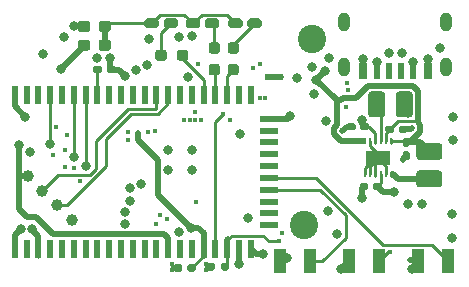
<source format=gbl>
G04 #@! TF.GenerationSoftware,KiCad,Pcbnew,(5.1.9)-1*
G04 #@! TF.CreationDate,2021-04-01T08:38:23-07:00*
G04 #@! TF.ProjectId,rgba,72676261-2e6b-4696-9361-645f70636258,1.1*
G04 #@! TF.SameCoordinates,Original*
G04 #@! TF.FileFunction,Copper,L4,Bot*
G04 #@! TF.FilePolarity,Positive*
%FSLAX46Y46*%
G04 Gerber Fmt 4.6, Leading zero omitted, Abs format (unit mm)*
G04 Created by KiCad (PCBNEW (5.1.9)-1) date 2021-04-01 08:38:23*
%MOMM*%
%LPD*%
G01*
G04 APERTURE LIST*
G04 #@! TA.AperFunction,SMDPad,CuDef*
%ADD10R,0.600000X1.600000*%
G04 #@! TD*
G04 #@! TA.AperFunction,SMDPad,CuDef*
%ADD11R,1.600000X0.600000*%
G04 #@! TD*
G04 #@! TA.AperFunction,SMDPad,CuDef*
%ADD12R,2.000000X1.200000*%
G04 #@! TD*
G04 #@! TA.AperFunction,ComponentPad*
%ADD13C,0.400000*%
G04 #@! TD*
G04 #@! TA.AperFunction,ComponentPad*
%ADD14C,2.400000*%
G04 #@! TD*
G04 #@! TA.AperFunction,SMDPad,CuDef*
%ADD15R,1.140000X2.032000*%
G04 #@! TD*
G04 #@! TA.AperFunction,ComponentPad*
%ADD16C,0.500000*%
G04 #@! TD*
G04 #@! TA.AperFunction,SMDPad,CuDef*
%ADD17R,1.600000X0.500000*%
G04 #@! TD*
G04 #@! TA.AperFunction,ComponentPad*
%ADD18O,1.000000X1.600000*%
G04 #@! TD*
G04 #@! TA.AperFunction,SMDPad,CuDef*
%ADD19R,0.700000X1.450000*%
G04 #@! TD*
G04 #@! TA.AperFunction,SMDPad,CuDef*
%ADD20R,0.600000X1.450000*%
G04 #@! TD*
G04 #@! TA.AperFunction,ComponentPad*
%ADD21C,1.000000*%
G04 #@! TD*
G04 #@! TA.AperFunction,ViaPad*
%ADD22C,0.800000*%
G04 #@! TD*
G04 #@! TA.AperFunction,ViaPad*
%ADD23C,0.400000*%
G04 #@! TD*
G04 #@! TA.AperFunction,Conductor*
%ADD24C,0.250000*%
G04 #@! TD*
G04 #@! TA.AperFunction,Conductor*
%ADD25C,0.500000*%
G04 #@! TD*
G04 APERTURE END LIST*
G04 #@! TA.AperFunction,SMDPad,CuDef*
G36*
G01*
X97062500Y-97525000D02*
X97537500Y-97525000D01*
G75*
G02*
X97775000Y-97762500I0J-237500D01*
G01*
X97775000Y-98262500D01*
G75*
G02*
X97537500Y-98500000I-237500J0D01*
G01*
X97062500Y-98500000D01*
G75*
G02*
X96825000Y-98262500I0J237500D01*
G01*
X96825000Y-97762500D01*
G75*
G02*
X97062500Y-97525000I237500J0D01*
G01*
G37*
G04 #@! TD.AperFunction*
G04 #@! TA.AperFunction,SMDPad,CuDef*
G36*
G01*
X97062500Y-95700000D02*
X97537500Y-95700000D01*
G75*
G02*
X97775000Y-95937500I0J-237500D01*
G01*
X97775000Y-96437500D01*
G75*
G02*
X97537500Y-96675000I-237500J0D01*
G01*
X97062500Y-96675000D01*
G75*
G02*
X96825000Y-96437500I0J237500D01*
G01*
X96825000Y-95937500D01*
G75*
G02*
X97062500Y-95700000I237500J0D01*
G01*
G37*
G04 #@! TD.AperFunction*
G04 #@! TA.AperFunction,SMDPad,CuDef*
G36*
G01*
X98662500Y-97525000D02*
X99137500Y-97525000D01*
G75*
G02*
X99375000Y-97762500I0J-237500D01*
G01*
X99375000Y-98262500D01*
G75*
G02*
X99137500Y-98500000I-237500J0D01*
G01*
X98662500Y-98500000D01*
G75*
G02*
X98425000Y-98262500I0J237500D01*
G01*
X98425000Y-97762500D01*
G75*
G02*
X98662500Y-97525000I237500J0D01*
G01*
G37*
G04 #@! TD.AperFunction*
G04 #@! TA.AperFunction,SMDPad,CuDef*
G36*
G01*
X98662500Y-95700000D02*
X99137500Y-95700000D01*
G75*
G02*
X99375000Y-95937500I0J-237500D01*
G01*
X99375000Y-96437500D01*
G75*
G02*
X99137500Y-96675000I-237500J0D01*
G01*
X98662500Y-96675000D01*
G75*
G02*
X98425000Y-96437500I0J237500D01*
G01*
X98425000Y-95937500D01*
G75*
G02*
X98662500Y-95700000I237500J0D01*
G01*
G37*
G04 #@! TD.AperFunction*
G04 #@! TA.AperFunction,SMDPad,CuDef*
G36*
G01*
X94125000Y-97037500D02*
X94125000Y-96562500D01*
G75*
G02*
X94362500Y-96325000I237500J0D01*
G01*
X94862500Y-96325000D01*
G75*
G02*
X95100000Y-96562500I0J-237500D01*
G01*
X95100000Y-97037500D01*
G75*
G02*
X94862500Y-97275000I-237500J0D01*
G01*
X94362500Y-97275000D01*
G75*
G02*
X94125000Y-97037500I0J237500D01*
G01*
G37*
G04 #@! TD.AperFunction*
G04 #@! TA.AperFunction,SMDPad,CuDef*
G36*
G01*
X92300000Y-97037500D02*
X92300000Y-96562500D01*
G75*
G02*
X92537500Y-96325000I237500J0D01*
G01*
X93037500Y-96325000D01*
G75*
G02*
X93275000Y-96562500I0J-237500D01*
G01*
X93275000Y-97037500D01*
G75*
G02*
X93037500Y-97275000I-237500J0D01*
G01*
X92537500Y-97275000D01*
G75*
G02*
X92300000Y-97037500I0J237500D01*
G01*
G37*
G04 #@! TD.AperFunction*
D10*
X80400000Y-100180000D03*
X81400000Y-100180000D03*
X82400000Y-100180000D03*
X83400000Y-100180000D03*
X84400000Y-100180000D03*
X85400000Y-100180000D03*
X86400000Y-100180000D03*
X87400000Y-100180000D03*
X88400000Y-100180000D03*
X89400000Y-100180000D03*
X90400000Y-100180000D03*
X91400000Y-100180000D03*
X92400000Y-100180000D03*
X93400000Y-100180000D03*
X94400000Y-100180000D03*
X95400000Y-100180000D03*
X96400000Y-100180000D03*
X97400000Y-100180000D03*
X98400000Y-100180000D03*
X99400000Y-100180000D03*
X100400000Y-100180000D03*
X100400000Y-113180000D03*
X99400000Y-113180000D03*
X98400000Y-113180000D03*
X97400000Y-113180000D03*
X96400000Y-113180000D03*
X95400000Y-113180000D03*
X94400000Y-113180000D03*
X93400000Y-113180000D03*
X92400000Y-113180000D03*
X91400000Y-113180000D03*
X90400000Y-113180000D03*
X89400000Y-113180000D03*
X88400000Y-113180000D03*
X87400000Y-113180000D03*
X86400000Y-113180000D03*
X85400000Y-113180000D03*
X84400000Y-113180000D03*
X83400000Y-113180000D03*
X82400000Y-113180000D03*
X81400000Y-113180000D03*
X80400000Y-113180000D03*
D11*
X101900000Y-102180000D03*
X101900000Y-103180000D03*
X101900000Y-104180000D03*
X101900000Y-105180000D03*
X101900000Y-106180000D03*
X101900000Y-107180000D03*
X101900000Y-108180000D03*
X101900000Y-109180000D03*
X101900000Y-110180000D03*
X101900000Y-111180000D03*
G04 #@! TA.AperFunction,SMDPad,CuDef*
G36*
G01*
X96100000Y-93887500D02*
X96100000Y-94312500D01*
G75*
G02*
X95887500Y-94525000I-212500J0D01*
G01*
X95087500Y-94525000D01*
G75*
G02*
X94875000Y-94312500I0J212500D01*
G01*
X94875000Y-93887500D01*
G75*
G02*
X95087500Y-93675000I212500J0D01*
G01*
X95887500Y-93675000D01*
G75*
G02*
X96100000Y-93887500I0J-212500D01*
G01*
G37*
G04 #@! TD.AperFunction*
G04 #@! TA.AperFunction,SMDPad,CuDef*
G36*
G01*
X97725000Y-93887500D02*
X97725000Y-94312500D01*
G75*
G02*
X97512500Y-94525000I-212500J0D01*
G01*
X96712500Y-94525000D01*
G75*
G02*
X96500000Y-94312500I0J212500D01*
G01*
X96500000Y-93887500D01*
G75*
G02*
X96712500Y-93675000I212500J0D01*
G01*
X97512500Y-93675000D01*
G75*
G02*
X97725000Y-93887500I0J-212500D01*
G01*
G37*
G04 #@! TD.AperFunction*
G04 #@! TA.AperFunction,SMDPad,CuDef*
G36*
G01*
X99700000Y-93887500D02*
X99700000Y-94312500D01*
G75*
G02*
X99487500Y-94525000I-212500J0D01*
G01*
X98687500Y-94525000D01*
G75*
G02*
X98475000Y-94312500I0J212500D01*
G01*
X98475000Y-93887500D01*
G75*
G02*
X98687500Y-93675000I212500J0D01*
G01*
X99487500Y-93675000D01*
G75*
G02*
X99700000Y-93887500I0J-212500D01*
G01*
G37*
G04 #@! TD.AperFunction*
G04 #@! TA.AperFunction,SMDPad,CuDef*
G36*
G01*
X101325000Y-93887500D02*
X101325000Y-94312500D01*
G75*
G02*
X101112500Y-94525000I-212500J0D01*
G01*
X100312500Y-94525000D01*
G75*
G02*
X100100000Y-94312500I0J212500D01*
G01*
X100100000Y-93887500D01*
G75*
G02*
X100312500Y-93675000I212500J0D01*
G01*
X101112500Y-93675000D01*
G75*
G02*
X101325000Y-93887500I0J-212500D01*
G01*
G37*
G04 #@! TD.AperFunction*
G04 #@! TA.AperFunction,SMDPad,CuDef*
G36*
G01*
X92600000Y-93887500D02*
X92600000Y-94312500D01*
G75*
G02*
X92387500Y-94525000I-212500J0D01*
G01*
X91587500Y-94525000D01*
G75*
G02*
X91375000Y-94312500I0J212500D01*
G01*
X91375000Y-93887500D01*
G75*
G02*
X91587500Y-93675000I212500J0D01*
G01*
X92387500Y-93675000D01*
G75*
G02*
X92600000Y-93887500I0J-212500D01*
G01*
G37*
G04 #@! TD.AperFunction*
G04 #@! TA.AperFunction,SMDPad,CuDef*
G36*
G01*
X94225000Y-93887500D02*
X94225000Y-94312500D01*
G75*
G02*
X94012500Y-94525000I-212500J0D01*
G01*
X93212500Y-94525000D01*
G75*
G02*
X93000000Y-94312500I0J212500D01*
G01*
X93000000Y-93887500D01*
G75*
G02*
X93212500Y-93675000I212500J0D01*
G01*
X94012500Y-93675000D01*
G75*
G02*
X94225000Y-93887500I0J-212500D01*
G01*
G37*
G04 #@! TD.AperFunction*
G04 #@! TA.AperFunction,SMDPad,CuDef*
G36*
G01*
X112295000Y-107160000D02*
X112295000Y-107160000D01*
G75*
G02*
X112195000Y-107060000I0J100000D01*
G01*
X112195000Y-106660000D01*
G75*
G02*
X112295000Y-106560000I100000J0D01*
G01*
X112295000Y-106560000D01*
G75*
G02*
X112395000Y-106660000I0J-100000D01*
G01*
X112395000Y-107060000D01*
G75*
G02*
X112295000Y-107160000I-100000J0D01*
G01*
G37*
G04 #@! TD.AperFunction*
D12*
X111170000Y-105460000D03*
G04 #@! TA.AperFunction,SMDPad,CuDef*
G36*
G01*
X111845000Y-107160000D02*
X111845000Y-107160000D01*
G75*
G02*
X111745000Y-107060000I0J100000D01*
G01*
X111745000Y-106660000D01*
G75*
G02*
X111845000Y-106560000I100000J0D01*
G01*
X111845000Y-106560000D01*
G75*
G02*
X111945000Y-106660000I0J-100000D01*
G01*
X111945000Y-107060000D01*
G75*
G02*
X111845000Y-107160000I-100000J0D01*
G01*
G37*
G04 #@! TD.AperFunction*
G04 #@! TA.AperFunction,SMDPad,CuDef*
G36*
G01*
X111395000Y-107160000D02*
X111395000Y-107160000D01*
G75*
G02*
X111295000Y-107060000I0J100000D01*
G01*
X111295000Y-106660000D01*
G75*
G02*
X111395000Y-106560000I100000J0D01*
G01*
X111395000Y-106560000D01*
G75*
G02*
X111495000Y-106660000I0J-100000D01*
G01*
X111495000Y-107060000D01*
G75*
G02*
X111395000Y-107160000I-100000J0D01*
G01*
G37*
G04 #@! TD.AperFunction*
G04 #@! TA.AperFunction,SMDPad,CuDef*
G36*
G01*
X110945000Y-107160000D02*
X110945000Y-107160000D01*
G75*
G02*
X110845000Y-107060000I0J100000D01*
G01*
X110845000Y-106660000D01*
G75*
G02*
X110945000Y-106560000I100000J0D01*
G01*
X110945000Y-106560000D01*
G75*
G02*
X111045000Y-106660000I0J-100000D01*
G01*
X111045000Y-107060000D01*
G75*
G02*
X110945000Y-107160000I-100000J0D01*
G01*
G37*
G04 #@! TD.AperFunction*
G04 #@! TA.AperFunction,SMDPad,CuDef*
G36*
G01*
X110495000Y-107160000D02*
X110495000Y-107160000D01*
G75*
G02*
X110395000Y-107060000I0J100000D01*
G01*
X110395000Y-106660000D01*
G75*
G02*
X110495000Y-106560000I100000J0D01*
G01*
X110495000Y-106560000D01*
G75*
G02*
X110595000Y-106660000I0J-100000D01*
G01*
X110595000Y-107060000D01*
G75*
G02*
X110495000Y-107160000I-100000J0D01*
G01*
G37*
G04 #@! TD.AperFunction*
G04 #@! TA.AperFunction,SMDPad,CuDef*
G36*
G01*
X110045000Y-107160000D02*
X110045000Y-107160000D01*
G75*
G02*
X109945000Y-107060000I0J100000D01*
G01*
X109945000Y-106660000D01*
G75*
G02*
X110045000Y-106560000I100000J0D01*
G01*
X110045000Y-106560000D01*
G75*
G02*
X110145000Y-106660000I0J-100000D01*
G01*
X110145000Y-107060000D01*
G75*
G02*
X110045000Y-107160000I-100000J0D01*
G01*
G37*
G04 #@! TD.AperFunction*
G04 #@! TA.AperFunction,SMDPad,CuDef*
G36*
G01*
X110045000Y-104360000D02*
X110045000Y-104360000D01*
G75*
G02*
X109945000Y-104260000I0J100000D01*
G01*
X109945000Y-103860000D01*
G75*
G02*
X110045000Y-103760000I100000J0D01*
G01*
X110045000Y-103760000D01*
G75*
G02*
X110145000Y-103860000I0J-100000D01*
G01*
X110145000Y-104260000D01*
G75*
G02*
X110045000Y-104360000I-100000J0D01*
G01*
G37*
G04 #@! TD.AperFunction*
G04 #@! TA.AperFunction,SMDPad,CuDef*
G36*
G01*
X110495000Y-104360000D02*
X110495000Y-104360000D01*
G75*
G02*
X110395000Y-104260000I0J100000D01*
G01*
X110395000Y-103860000D01*
G75*
G02*
X110495000Y-103760000I100000J0D01*
G01*
X110495000Y-103760000D01*
G75*
G02*
X110595000Y-103860000I0J-100000D01*
G01*
X110595000Y-104260000D01*
G75*
G02*
X110495000Y-104360000I-100000J0D01*
G01*
G37*
G04 #@! TD.AperFunction*
G04 #@! TA.AperFunction,SMDPad,CuDef*
G36*
G01*
X110945000Y-104360000D02*
X110945000Y-104360000D01*
G75*
G02*
X110845000Y-104260000I0J100000D01*
G01*
X110845000Y-103860000D01*
G75*
G02*
X110945000Y-103760000I100000J0D01*
G01*
X110945000Y-103760000D01*
G75*
G02*
X111045000Y-103860000I0J-100000D01*
G01*
X111045000Y-104260000D01*
G75*
G02*
X110945000Y-104360000I-100000J0D01*
G01*
G37*
G04 #@! TD.AperFunction*
G04 #@! TA.AperFunction,SMDPad,CuDef*
G36*
G01*
X111395000Y-104360000D02*
X111395000Y-104360000D01*
G75*
G02*
X111295000Y-104260000I0J100000D01*
G01*
X111295000Y-103860000D01*
G75*
G02*
X111395000Y-103760000I100000J0D01*
G01*
X111395000Y-103760000D01*
G75*
G02*
X111495000Y-103860000I0J-100000D01*
G01*
X111495000Y-104260000D01*
G75*
G02*
X111395000Y-104360000I-100000J0D01*
G01*
G37*
G04 #@! TD.AperFunction*
G04 #@! TA.AperFunction,SMDPad,CuDef*
G36*
G01*
X111845000Y-104360000D02*
X111845000Y-104360000D01*
G75*
G02*
X111745000Y-104260000I0J100000D01*
G01*
X111745000Y-103860000D01*
G75*
G02*
X111845000Y-103760000I100000J0D01*
G01*
X111845000Y-103760000D01*
G75*
G02*
X111945000Y-103860000I0J-100000D01*
G01*
X111945000Y-104260000D01*
G75*
G02*
X111845000Y-104360000I-100000J0D01*
G01*
G37*
G04 #@! TD.AperFunction*
G04 #@! TA.AperFunction,SMDPad,CuDef*
G36*
G01*
X112295000Y-104360000D02*
X112295000Y-104360000D01*
G75*
G02*
X112195000Y-104260000I0J100000D01*
G01*
X112195000Y-103860000D01*
G75*
G02*
X112295000Y-103760000I100000J0D01*
G01*
X112295000Y-103760000D01*
G75*
G02*
X112395000Y-103860000I0J-100000D01*
G01*
X112395000Y-104260000D01*
G75*
G02*
X112295000Y-104360000I-100000J0D01*
G01*
G37*
G04 #@! TD.AperFunction*
D13*
X111670000Y-105460000D03*
X110670000Y-105460000D03*
D14*
X104875000Y-111125000D03*
D15*
X108705000Y-114180000D03*
X111245000Y-114180000D03*
X102880000Y-114230000D03*
X105420000Y-114230000D03*
X114530000Y-114180000D03*
X117070000Y-114180000D03*
D16*
X102912000Y-98608000D03*
X101812000Y-98608000D03*
D17*
X102362000Y-98608000D03*
D14*
X105600000Y-95450000D03*
G04 #@! TA.AperFunction,SMDPad,CuDef*
G36*
G01*
X86800000Y-94112500D02*
X86800000Y-94587500D01*
G75*
G02*
X86562500Y-94825000I-237500J0D01*
G01*
X85987500Y-94825000D01*
G75*
G02*
X85750000Y-94587500I0J237500D01*
G01*
X85750000Y-94112500D01*
G75*
G02*
X85987500Y-93875000I237500J0D01*
G01*
X86562500Y-93875000D01*
G75*
G02*
X86800000Y-94112500I0J-237500D01*
G01*
G37*
G04 #@! TD.AperFunction*
G04 #@! TA.AperFunction,SMDPad,CuDef*
G36*
G01*
X88550000Y-94112500D02*
X88550000Y-94587500D01*
G75*
G02*
X88312500Y-94825000I-237500J0D01*
G01*
X87737500Y-94825000D01*
G75*
G02*
X87500000Y-94587500I0J237500D01*
G01*
X87500000Y-94112500D01*
G75*
G02*
X87737500Y-93875000I237500J0D01*
G01*
X88312500Y-93875000D01*
G75*
G02*
X88550000Y-94112500I0J-237500D01*
G01*
G37*
G04 #@! TD.AperFunction*
G04 #@! TA.AperFunction,SMDPad,CuDef*
G36*
G01*
X86800000Y-95712500D02*
X86800000Y-96187500D01*
G75*
G02*
X86562500Y-96425000I-237500J0D01*
G01*
X85987500Y-96425000D01*
G75*
G02*
X85750000Y-96187500I0J237500D01*
G01*
X85750000Y-95712500D01*
G75*
G02*
X85987500Y-95475000I237500J0D01*
G01*
X86562500Y-95475000D01*
G75*
G02*
X86800000Y-95712500I0J-237500D01*
G01*
G37*
G04 #@! TD.AperFunction*
G04 #@! TA.AperFunction,SMDPad,CuDef*
G36*
G01*
X88550000Y-95712500D02*
X88550000Y-96187500D01*
G75*
G02*
X88312500Y-96425000I-237500J0D01*
G01*
X87737500Y-96425000D01*
G75*
G02*
X87500000Y-96187500I0J237500D01*
G01*
X87500000Y-95712500D01*
G75*
G02*
X87737500Y-95475000I237500J0D01*
G01*
X88312500Y-95475000D01*
G75*
G02*
X88550000Y-95712500I0J-237500D01*
G01*
G37*
G04 #@! TD.AperFunction*
D18*
X116920000Y-93950000D03*
X108280000Y-93950000D03*
X108280000Y-97750000D03*
X116920000Y-97750000D03*
D19*
X109850000Y-98112500D03*
X115350000Y-98112500D03*
D20*
X111100000Y-98112500D03*
X114100000Y-98112500D03*
X113100000Y-98112500D03*
X112100000Y-98112500D03*
G04 #@! TA.AperFunction,SMDPad,CuDef*
G36*
G01*
X112670000Y-101810000D02*
X112670000Y-100110000D01*
G75*
G02*
X112920000Y-99860000I250000J0D01*
G01*
X113845000Y-99860000D01*
G75*
G02*
X114095000Y-100110000I0J-250000D01*
G01*
X114095000Y-101810000D01*
G75*
G02*
X113845000Y-102060000I-250000J0D01*
G01*
X112920000Y-102060000D01*
G75*
G02*
X112670000Y-101810000I0J250000D01*
G01*
G37*
G04 #@! TD.AperFunction*
G04 #@! TA.AperFunction,SMDPad,CuDef*
G36*
G01*
X110345000Y-101810000D02*
X110345000Y-100110000D01*
G75*
G02*
X110595000Y-99860000I250000J0D01*
G01*
X111520000Y-99860000D01*
G75*
G02*
X111770000Y-100110000I0J-250000D01*
G01*
X111770000Y-101810000D01*
G75*
G02*
X111520000Y-102060000I-250000J0D01*
G01*
X110595000Y-102060000D01*
G75*
G02*
X110345000Y-101810000I0J250000D01*
G01*
G37*
G04 #@! TD.AperFunction*
G04 #@! TA.AperFunction,SMDPad,CuDef*
G36*
G01*
X114650000Y-104225000D02*
X116350000Y-104225000D01*
G75*
G02*
X116600000Y-104475000I0J-250000D01*
G01*
X116600000Y-105400000D01*
G75*
G02*
X116350000Y-105650000I-250000J0D01*
G01*
X114650000Y-105650000D01*
G75*
G02*
X114400000Y-105400000I0J250000D01*
G01*
X114400000Y-104475000D01*
G75*
G02*
X114650000Y-104225000I250000J0D01*
G01*
G37*
G04 #@! TD.AperFunction*
G04 #@! TA.AperFunction,SMDPad,CuDef*
G36*
G01*
X114650000Y-106550000D02*
X116350000Y-106550000D01*
G75*
G02*
X116600000Y-106800000I0J-250000D01*
G01*
X116600000Y-107725000D01*
G75*
G02*
X116350000Y-107975000I-250000J0D01*
G01*
X114650000Y-107975000D01*
G75*
G02*
X114400000Y-107725000I0J250000D01*
G01*
X114400000Y-106800000D01*
G75*
G02*
X114650000Y-106550000I250000J0D01*
G01*
G37*
G04 #@! TD.AperFunction*
G04 #@! TA.AperFunction,SMDPad,CuDef*
G36*
G01*
X109656500Y-102998000D02*
X109656500Y-102688000D01*
G75*
G02*
X109811500Y-102533000I155000J0D01*
G01*
X110236500Y-102533000D01*
G75*
G02*
X110391500Y-102688000I0J-155000D01*
G01*
X110391500Y-102998000D01*
G75*
G02*
X110236500Y-103153000I-155000J0D01*
G01*
X109811500Y-103153000D01*
G75*
G02*
X109656500Y-102998000I0J155000D01*
G01*
G37*
G04 #@! TD.AperFunction*
G04 #@! TA.AperFunction,SMDPad,CuDef*
G36*
G01*
X108521500Y-102998000D02*
X108521500Y-102688000D01*
G75*
G02*
X108676500Y-102533000I155000J0D01*
G01*
X109101500Y-102533000D01*
G75*
G02*
X109256500Y-102688000I0J-155000D01*
G01*
X109256500Y-102998000D01*
G75*
G02*
X109101500Y-103153000I-155000J0D01*
G01*
X108676500Y-103153000D01*
G75*
G02*
X108521500Y-102998000I0J155000D01*
G01*
G37*
G04 #@! TD.AperFunction*
G04 #@! TA.AperFunction,SMDPad,CuDef*
G36*
G01*
X110340000Y-107745000D02*
X110340000Y-108055000D01*
G75*
G02*
X110185000Y-108210000I-155000J0D01*
G01*
X109760000Y-108210000D01*
G75*
G02*
X109605000Y-108055000I0J155000D01*
G01*
X109605000Y-107745000D01*
G75*
G02*
X109760000Y-107590000I155000J0D01*
G01*
X110185000Y-107590000D01*
G75*
G02*
X110340000Y-107745000I0J-155000D01*
G01*
G37*
G04 #@! TD.AperFunction*
G04 #@! TA.AperFunction,SMDPad,CuDef*
G36*
G01*
X111475000Y-107745000D02*
X111475000Y-108055000D01*
G75*
G02*
X111320000Y-108210000I-155000J0D01*
G01*
X110895000Y-108210000D01*
G75*
G02*
X110740000Y-108055000I0J155000D01*
G01*
X110740000Y-107745000D01*
G75*
G02*
X110895000Y-107590000I155000J0D01*
G01*
X111320000Y-107590000D01*
G75*
G02*
X111475000Y-107745000I0J-155000D01*
G01*
G37*
G04 #@! TD.AperFunction*
G04 #@! TA.AperFunction,SMDPad,CuDef*
G36*
G01*
X113395000Y-104930000D02*
X113705000Y-104930000D01*
G75*
G02*
X113860000Y-105085000I0J-155000D01*
G01*
X113860000Y-105510000D01*
G75*
G02*
X113705000Y-105665000I-155000J0D01*
G01*
X113395000Y-105665000D01*
G75*
G02*
X113240000Y-105510000I0J155000D01*
G01*
X113240000Y-105085000D01*
G75*
G02*
X113395000Y-104930000I155000J0D01*
G01*
G37*
G04 #@! TD.AperFunction*
G04 #@! TA.AperFunction,SMDPad,CuDef*
G36*
G01*
X113395000Y-103795000D02*
X113705000Y-103795000D01*
G75*
G02*
X113860000Y-103950000I0J-155000D01*
G01*
X113860000Y-104375000D01*
G75*
G02*
X113705000Y-104530000I-155000J0D01*
G01*
X113395000Y-104530000D01*
G75*
G02*
X113240000Y-104375000I0J155000D01*
G01*
X113240000Y-103950000D01*
G75*
G02*
X113395000Y-103795000I155000J0D01*
G01*
G37*
G04 #@! TD.AperFunction*
G04 #@! TA.AperFunction,SMDPad,CuDef*
G36*
G01*
X87760000Y-97840000D02*
X87760000Y-98160000D01*
G75*
G02*
X87600000Y-98320000I-160000J0D01*
G01*
X87205000Y-98320000D01*
G75*
G02*
X87045000Y-98160000I0J160000D01*
G01*
X87045000Y-97840000D01*
G75*
G02*
X87205000Y-97680000I160000J0D01*
G01*
X87600000Y-97680000D01*
G75*
G02*
X87760000Y-97840000I0J-160000D01*
G01*
G37*
G04 #@! TD.AperFunction*
G04 #@! TA.AperFunction,SMDPad,CuDef*
G36*
G01*
X88955000Y-97840000D02*
X88955000Y-98160000D01*
G75*
G02*
X88795000Y-98320000I-160000J0D01*
G01*
X88400000Y-98320000D01*
G75*
G02*
X88240000Y-98160000I0J160000D01*
G01*
X88240000Y-97840000D01*
G75*
G02*
X88400000Y-97680000I160000J0D01*
G01*
X88795000Y-97680000D01*
G75*
G02*
X88955000Y-97840000I0J-160000D01*
G01*
G37*
G04 #@! TD.AperFunction*
G04 #@! TA.AperFunction,SMDPad,CuDef*
G36*
G01*
X95000000Y-114955000D02*
X95000000Y-114645000D01*
G75*
G02*
X95155000Y-114490000I155000J0D01*
G01*
X95580000Y-114490000D01*
G75*
G02*
X95735000Y-114645000I0J-155000D01*
G01*
X95735000Y-114955000D01*
G75*
G02*
X95580000Y-115110000I-155000J0D01*
G01*
X95155000Y-115110000D01*
G75*
G02*
X95000000Y-114955000I0J155000D01*
G01*
G37*
G04 #@! TD.AperFunction*
G04 #@! TA.AperFunction,SMDPad,CuDef*
G36*
G01*
X93865000Y-114955000D02*
X93865000Y-114645000D01*
G75*
G02*
X94020000Y-114490000I155000J0D01*
G01*
X94445000Y-114490000D01*
G75*
G02*
X94600000Y-114645000I0J-155000D01*
G01*
X94600000Y-114955000D01*
G75*
G02*
X94445000Y-115110000I-155000J0D01*
G01*
X94020000Y-115110000D01*
G75*
G02*
X93865000Y-114955000I0J155000D01*
G01*
G37*
G04 #@! TD.AperFunction*
G04 #@! TA.AperFunction,SMDPad,CuDef*
G36*
G01*
X97840000Y-114860000D02*
X97840000Y-114540000D01*
G75*
G02*
X98000000Y-114380000I160000J0D01*
G01*
X98395000Y-114380000D01*
G75*
G02*
X98555000Y-114540000I0J-160000D01*
G01*
X98555000Y-114860000D01*
G75*
G02*
X98395000Y-115020000I-160000J0D01*
G01*
X98000000Y-115020000D01*
G75*
G02*
X97840000Y-114860000I0J160000D01*
G01*
G37*
G04 #@! TD.AperFunction*
G04 #@! TA.AperFunction,SMDPad,CuDef*
G36*
G01*
X96645000Y-114860000D02*
X96645000Y-114540000D01*
G75*
G02*
X96805000Y-114380000I160000J0D01*
G01*
X97200000Y-114380000D01*
G75*
G02*
X97360000Y-114540000I0J-160000D01*
G01*
X97360000Y-114860000D01*
G75*
G02*
X97200000Y-115020000I-160000J0D01*
G01*
X96805000Y-115020000D01*
G75*
G02*
X96645000Y-114860000I0J160000D01*
G01*
G37*
G04 #@! TD.AperFunction*
D21*
X82750000Y-108250000D03*
X81500000Y-107000000D03*
X85250000Y-110750000D03*
X84000000Y-109500000D03*
G04 #@! TA.AperFunction,SMDPad,CuDef*
G36*
G01*
X112920000Y-103215000D02*
X112920000Y-102905000D01*
G75*
G02*
X113075000Y-102750000I155000J0D01*
G01*
X113500000Y-102750000D01*
G75*
G02*
X113655000Y-102905000I0J-155000D01*
G01*
X113655000Y-103215000D01*
G75*
G02*
X113500000Y-103370000I-155000J0D01*
G01*
X113075000Y-103370000D01*
G75*
G02*
X112920000Y-103215000I0J155000D01*
G01*
G37*
G04 #@! TD.AperFunction*
G04 #@! TA.AperFunction,SMDPad,CuDef*
G36*
G01*
X111785000Y-103215000D02*
X111785000Y-102905000D01*
G75*
G02*
X111940000Y-102750000I155000J0D01*
G01*
X112365000Y-102750000D01*
G75*
G02*
X112520000Y-102905000I0J-155000D01*
G01*
X112520000Y-103215000D01*
G75*
G02*
X112365000Y-103370000I-155000J0D01*
G01*
X111940000Y-103370000D01*
G75*
G02*
X111785000Y-103215000I0J155000D01*
G01*
G37*
G04 #@! TD.AperFunction*
D22*
X103450000Y-113950000D03*
X89750000Y-110050000D03*
X89750000Y-111050000D03*
X95300000Y-111400000D03*
X94350000Y-111750000D03*
D23*
X90800000Y-103950000D03*
X90800000Y-103350000D03*
D22*
X89750000Y-98550000D03*
X88500000Y-97050000D03*
X114000000Y-114850000D03*
X117400000Y-112250000D03*
X117400000Y-110250000D03*
X87350000Y-97050000D03*
D23*
X89950000Y-104000000D03*
D22*
X106950000Y-109950000D03*
D23*
X84675000Y-104825000D03*
X83925000Y-102875000D03*
X84850000Y-103575000D03*
X85930000Y-107470000D03*
X84700000Y-106250000D03*
X83600000Y-105225000D03*
X101600000Y-100386000D03*
X101150000Y-100386000D03*
D22*
X100150000Y-110550000D03*
X80900000Y-111500000D03*
X81900000Y-111500000D03*
X81300000Y-102000000D03*
D23*
X96600000Y-115000000D03*
X96600000Y-114500000D03*
X93700000Y-114500000D03*
X93700000Y-115000000D03*
D22*
X105750000Y-100050000D03*
X91130000Y-107730000D03*
X93400000Y-104800000D03*
X95400000Y-106550000D03*
X93400000Y-106550000D03*
D23*
X94750000Y-102300000D03*
X95200000Y-102300000D03*
X95650000Y-102300000D03*
X96150000Y-102300000D03*
D22*
X95400000Y-104800000D03*
D23*
X92399500Y-111050500D03*
X93277750Y-110672250D03*
X92667250Y-110317250D03*
X101200000Y-97500000D03*
X95750000Y-109220000D03*
D22*
X103750000Y-101950000D03*
X90150000Y-108050000D03*
X90150000Y-109100000D03*
D23*
X108530000Y-99130000D03*
X108650000Y-99750000D03*
D22*
X109825000Y-108900000D03*
D23*
X114030000Y-102930000D03*
D22*
X113675000Y-101650000D03*
X116400000Y-96150000D03*
X113150000Y-96600000D03*
X112050000Y-96600000D03*
D23*
X108410000Y-101150000D03*
D22*
X99510000Y-103490000D03*
D23*
X95670000Y-101620000D03*
X98650000Y-102250000D03*
X100560000Y-97840000D03*
D22*
X106975000Y-97000000D03*
X81680000Y-105000000D03*
X91600000Y-97650000D03*
D23*
X91700000Y-103300000D03*
D22*
X95050000Y-98600000D03*
D23*
X95900000Y-97550000D03*
D22*
X104300000Y-98700000D03*
X105600000Y-97750000D03*
X106750000Y-102400000D03*
X107700000Y-111900000D03*
D23*
X92250000Y-103200000D03*
D22*
X113700000Y-109350000D03*
X114900000Y-109350000D03*
D23*
X108150000Y-103200000D03*
D22*
X90650000Y-98050000D03*
D23*
X103000000Y-111825000D03*
D22*
X101400000Y-113650000D03*
X109850000Y-97100000D03*
X115350000Y-97150000D03*
X91800000Y-95450000D03*
X82800000Y-96650000D03*
X84550000Y-95250000D03*
D23*
X113300000Y-105700000D03*
D22*
X95400000Y-95200000D03*
X94325000Y-95250000D03*
D23*
X85450000Y-106375000D03*
X89950000Y-103300000D03*
D22*
X117500000Y-102000000D03*
X117500000Y-104000000D03*
X105950000Y-98850000D03*
X106685000Y-98115000D03*
X112550000Y-108400000D03*
X109800000Y-102250000D03*
X99400000Y-114480000D03*
X108000000Y-114875000D03*
X84350000Y-97950000D03*
X114100000Y-97350000D03*
X111100000Y-97350000D03*
X85400000Y-94350000D03*
X80800000Y-104400000D03*
D23*
X102750000Y-112500000D03*
X112175000Y-113425000D03*
X98050000Y-101800000D03*
D22*
X83400000Y-104300000D03*
X85400000Y-105450000D03*
X86400000Y-106200000D03*
D24*
X96400000Y-113767500D02*
X95367500Y-114800000D01*
X96400000Y-113180000D02*
X96400000Y-113867500D01*
D25*
X95920000Y-111400000D02*
X95300000Y-111400000D01*
X96400000Y-111880000D02*
X95920000Y-111400000D01*
X96400000Y-113180000D02*
X96400000Y-111880000D01*
X92550999Y-108650999D02*
X92550999Y-105700999D01*
X95300000Y-111400000D02*
X92550999Y-108650999D01*
X90800000Y-103950000D02*
X90800000Y-103950000D01*
X90800000Y-103950000D02*
X92550999Y-105700999D01*
X90800000Y-103350000D02*
X90800000Y-103950000D01*
X89200000Y-98000000D02*
X89750000Y-98550000D01*
X88597500Y-98000000D02*
X89200000Y-98000000D01*
X88500000Y-97902500D02*
X88597500Y-98000000D01*
X88500000Y-97050000D02*
X88500000Y-97902500D01*
X114500000Y-114150000D02*
X114530000Y-114180000D01*
X113850000Y-114150000D02*
X114500000Y-114150000D01*
X103170000Y-114230000D02*
X103450000Y-113950000D01*
X102880000Y-114230000D02*
X103170000Y-114230000D01*
D24*
X82400000Y-113865002D02*
X82400000Y-113180000D01*
D25*
X81900000Y-111600000D02*
X82000000Y-111600000D01*
X82400000Y-112100000D02*
X81900000Y-111600000D01*
X82400000Y-113180000D02*
X82400000Y-112100000D01*
X80400000Y-101100000D02*
X81300000Y-102000000D01*
X80400000Y-100180000D02*
X80400000Y-101100000D01*
D24*
X96800000Y-114700000D02*
X96600000Y-114500000D01*
X97002500Y-114700000D02*
X96800000Y-114700000D01*
X96900000Y-114700000D02*
X96600000Y-115000000D01*
X97002500Y-114700000D02*
X96900000Y-114700000D01*
X96600000Y-115000000D02*
X96600000Y-114500000D01*
X93900000Y-114800000D02*
X93700000Y-115000000D01*
X94232500Y-114800000D02*
X93900000Y-114800000D01*
X93700000Y-115000000D02*
X93700000Y-114500000D01*
X94000000Y-114800000D02*
X93700000Y-114500000D01*
X94232500Y-114800000D02*
X94000000Y-114800000D01*
X110945000Y-105685000D02*
X111170000Y-105460000D01*
X110945000Y-106860000D02*
X110945000Y-106155000D01*
X111845000Y-106135000D02*
X111170000Y-105460000D01*
X111845000Y-106860000D02*
X111845000Y-106135000D01*
X111845000Y-106135000D02*
X111845000Y-106135000D01*
X110945000Y-106155000D02*
X110945000Y-105685000D01*
X110495000Y-106135000D02*
X111170000Y-105460000D01*
X110495000Y-106860000D02*
X110495000Y-106135000D01*
X110045000Y-106860000D02*
X110045000Y-106305000D01*
X110890000Y-105460000D02*
X111170000Y-105460000D01*
X110045000Y-106305000D02*
X110890000Y-105460000D01*
D25*
X113928020Y-103060000D02*
X114030000Y-102958020D01*
X113287500Y-103060000D02*
X113928020Y-103060000D01*
D24*
X110493980Y-104443980D02*
X110493980Y-104060000D01*
X110825000Y-104775000D02*
X110493980Y-104443980D01*
X111170000Y-105120000D02*
X110825000Y-104775000D01*
X111170000Y-105460000D02*
X111170000Y-105120000D01*
D25*
X80400000Y-112000000D02*
X80900000Y-111500000D01*
X80400000Y-113180000D02*
X80400000Y-112000000D01*
X113382500Y-100960000D02*
X113110000Y-100960000D01*
X103520000Y-102180000D02*
X103750000Y-101950000D01*
X101900000Y-102180000D02*
X103520000Y-102180000D01*
X108507000Y-102843000D02*
X108150000Y-103200000D01*
X108889000Y-102843000D02*
X108507000Y-102843000D01*
X100870000Y-113650000D02*
X100400000Y-113180000D01*
X101400000Y-113650000D02*
X100870000Y-113650000D01*
X115350000Y-98112500D02*
X115350000Y-97150000D01*
X109850000Y-98112500D02*
X109850000Y-97100000D01*
X113300000Y-105547500D02*
X113550000Y-105297500D01*
X113300000Y-105700000D02*
X113300000Y-105547500D01*
X109825000Y-108047500D02*
X109972500Y-107900000D01*
X109825000Y-108900000D02*
X109825000Y-108047500D01*
X113382500Y-101382500D02*
X113675000Y-101675000D01*
X113382500Y-100960000D02*
X113382500Y-101382500D01*
D24*
X111845000Y-103367500D02*
X112152500Y-103060000D01*
X111845000Y-104060000D02*
X111845000Y-103367500D01*
X114384010Y-102384010D02*
X114544010Y-102224010D01*
X112828490Y-102384010D02*
X114384010Y-102384010D01*
X112152500Y-103060000D02*
X112828490Y-102384010D01*
D25*
X114544010Y-99820458D02*
X114544010Y-102224010D01*
X113860000Y-104162500D02*
X113550000Y-104162500D01*
X114729008Y-103293492D02*
X113860000Y-104162500D01*
X114729008Y-102668480D02*
X114729008Y-103293492D01*
X114544010Y-102483482D02*
X114729008Y-102668480D01*
X114544010Y-102224010D02*
X114544010Y-102483482D01*
D24*
X113447500Y-104060000D02*
X113550000Y-104162500D01*
X112295000Y-104060000D02*
X113447500Y-104060000D01*
D25*
X105950000Y-98850000D02*
X106699001Y-98100999D01*
X108021452Y-104060000D02*
X109919970Y-104060000D01*
X107450992Y-103489540D02*
X108021452Y-104060000D01*
X107450992Y-102910460D02*
X107450992Y-103489540D01*
X107700000Y-102661452D02*
X107450992Y-102910460D01*
X107700000Y-100600000D02*
X107700000Y-102661452D01*
X105950000Y-98850000D02*
X107700000Y-100600000D01*
X114725000Y-104162500D02*
X113860000Y-104162500D01*
X115500000Y-104937500D02*
X114725000Y-104162500D01*
X114134542Y-99410990D02*
X114544010Y-99820458D01*
X110305458Y-99410990D02*
X114134542Y-99410990D01*
X109317447Y-100399001D02*
X110305458Y-99410990D01*
X108200477Y-100399001D02*
X109317447Y-100399001D01*
X107999478Y-100600000D02*
X108200477Y-100399001D01*
X107700000Y-100600000D02*
X107999478Y-100600000D01*
D24*
X111395000Y-107612500D02*
X111107500Y-107900000D01*
X111395000Y-106860000D02*
X111395000Y-107612500D01*
D25*
X111607500Y-108400000D02*
X111107500Y-107900000D01*
X112550000Y-108400000D02*
X111607500Y-108400000D01*
X110024000Y-102843000D02*
X110024000Y-102826000D01*
D24*
X110942990Y-103394490D02*
X110942990Y-104060000D01*
X110391500Y-102843000D02*
X110024000Y-102843000D01*
X110942990Y-103394490D02*
X110391500Y-102843000D01*
D25*
X109800000Y-102619000D02*
X110024000Y-102843000D01*
X109800000Y-102250000D02*
X109800000Y-102619000D01*
X88025000Y-95950000D02*
X88025000Y-94350000D01*
D24*
X95375000Y-93987500D02*
X95487500Y-94100000D01*
X95487500Y-94100000D02*
X96236510Y-93350990D01*
D25*
X99400000Y-114480000D02*
X99400000Y-114480000D01*
X99400000Y-113180000D02*
X99400000Y-114480000D01*
X86275000Y-95950000D02*
X86275000Y-96025000D01*
X86275000Y-96025000D02*
X84350000Y-97950000D01*
X84350000Y-97950000D02*
X84350000Y-97950000D01*
X108635000Y-114250000D02*
X108705000Y-114180000D01*
X108010000Y-114875000D02*
X108705000Y-114180000D01*
X108000000Y-114875000D02*
X108010000Y-114875000D01*
X93400000Y-112269998D02*
X93400000Y-113180000D01*
X93060001Y-111929999D02*
X93400000Y-112269998D01*
X83619962Y-111929999D02*
X93060001Y-111929999D01*
X82189953Y-110499990D02*
X83619962Y-111929999D01*
X81454988Y-110499990D02*
X82189953Y-110499990D01*
X80800000Y-109845002D02*
X81454988Y-110499990D01*
X114100000Y-98112500D02*
X114100000Y-97350000D01*
X111100000Y-98112500D02*
X111100000Y-97350000D01*
X85400000Y-94350000D02*
X86275000Y-94350000D01*
X81000000Y-107000000D02*
X80800000Y-107200000D01*
X81500000Y-107000000D02*
X81000000Y-107000000D01*
X80800000Y-107200000D02*
X80800000Y-109845002D01*
X80800000Y-104400000D02*
X80800000Y-107200000D01*
D24*
X87250000Y-105250000D02*
X87250000Y-104676998D01*
X87250000Y-106421522D02*
X86747521Y-106924001D01*
X87250000Y-105250000D02*
X87250000Y-106421522D01*
X87250000Y-104073490D02*
X87250000Y-104440770D01*
X90018489Y-101305001D02*
X87250000Y-104073490D01*
X92324999Y-101305001D02*
X90018489Y-101305001D01*
X92400000Y-101230000D02*
X92324999Y-101305001D01*
X87250000Y-104440770D02*
X87250000Y-105250000D01*
X92400000Y-100180000D02*
X92400000Y-101230000D01*
X84075999Y-106924001D02*
X82750000Y-108250000D01*
X86747521Y-106924001D02*
X84075999Y-106924001D01*
X88100000Y-105100000D02*
X88100000Y-104463408D01*
X88100000Y-106206518D02*
X88100000Y-105100000D01*
X88100000Y-104227180D02*
X88100000Y-105100000D01*
X88100000Y-103858486D02*
X88100000Y-104227180D01*
X90203475Y-101755011D02*
X88100000Y-103858486D01*
X92511400Y-101755010D02*
X90203475Y-101755011D01*
X93400000Y-100866410D02*
X92511400Y-101755010D01*
X93400000Y-100180000D02*
X93400000Y-100866410D01*
X84806518Y-109500000D02*
X84000000Y-109500000D01*
X88100000Y-106206518D02*
X84806518Y-109500000D01*
D25*
X112821510Y-107262500D02*
X112419010Y-106860000D01*
X115500000Y-107262500D02*
X112821510Y-107262500D01*
D24*
X111395990Y-101698490D02*
X111277500Y-101580000D01*
X111420989Y-101323489D02*
X111057500Y-100960000D01*
X111395000Y-101297500D02*
X111057500Y-100960000D01*
X111395000Y-104060000D02*
X111395000Y-101297500D01*
X94612500Y-97090978D02*
X94612500Y-96800000D01*
X96400000Y-98878478D02*
X94612500Y-97090978D01*
X96400000Y-100180000D02*
X96400000Y-98878478D01*
X97400000Y-98112500D02*
X97300000Y-98012500D01*
X97400000Y-100180000D02*
X97400000Y-98112500D01*
X98400000Y-98512500D02*
X98900000Y-98012500D01*
X98400000Y-100180000D02*
X98400000Y-98512500D01*
X87400000Y-98002500D02*
X87402500Y-98000000D01*
X87400000Y-100180000D02*
X87400000Y-98002500D01*
X98400000Y-114497500D02*
X98197500Y-114700000D01*
X98400000Y-113180000D02*
X98400000Y-114597500D01*
D25*
X98400000Y-113180000D02*
X98400000Y-112450000D01*
X98400000Y-112450000D02*
X98500000Y-112350000D01*
D24*
X101900000Y-112500000D02*
X102750000Y-112500000D01*
X101455999Y-112055999D02*
X101900000Y-112500000D01*
X98794001Y-112055999D02*
X101455999Y-112055999D01*
X98500000Y-112350000D02*
X98794001Y-112055999D01*
X112000000Y-113425000D02*
X111245000Y-114180000D01*
X112175000Y-113425000D02*
X112000000Y-113425000D01*
X97400000Y-113180000D02*
X97400000Y-102450000D01*
X97400000Y-102450000D02*
X98050000Y-101800000D01*
X98050000Y-101800000D02*
X98050000Y-101800000D01*
X83400000Y-104300000D02*
X83400000Y-100180000D01*
X85400000Y-100180000D02*
X85400000Y-105400000D01*
X85400000Y-105400000D02*
X85400000Y-105400000D01*
X86400000Y-106200000D02*
X86400000Y-100180000D01*
X97300000Y-94287500D02*
X97112500Y-94100000D01*
X97300000Y-96187500D02*
X97300000Y-94287500D01*
X98900000Y-94287500D02*
X99087500Y-94100000D01*
X98338490Y-93350990D02*
X99087500Y-94100000D01*
X96236510Y-93350990D02*
X98338490Y-93350990D01*
X88275000Y-94100000D02*
X88025000Y-94350000D01*
X91987500Y-94100000D02*
X88275000Y-94100000D01*
X94738490Y-93350990D02*
X95487500Y-94100000D01*
X92736510Y-93350990D02*
X94738490Y-93350990D01*
X91987500Y-94100000D02*
X92736510Y-93350990D01*
X92787500Y-94925000D02*
X93612500Y-94100000D01*
X92787500Y-96800000D02*
X92787500Y-94925000D01*
X98900000Y-95912500D02*
X98900000Y-96187500D01*
X100712500Y-94100000D02*
X98900000Y-95912500D01*
X111546517Y-112839999D02*
X115729999Y-112839999D01*
X105886518Y-107180000D02*
X111546517Y-112839999D01*
X115729999Y-112839999D02*
X117070000Y-114180000D01*
X101900000Y-107180000D02*
X105886518Y-107180000D01*
X106441522Y-114230000D02*
X105420000Y-114230000D01*
X108424001Y-112247521D02*
X106441522Y-114230000D01*
X108424001Y-110352479D02*
X108424001Y-112247521D01*
X106251522Y-108180000D02*
X108424001Y-110352479D01*
X101900000Y-108180000D02*
X106251522Y-108180000D01*
M02*

</source>
